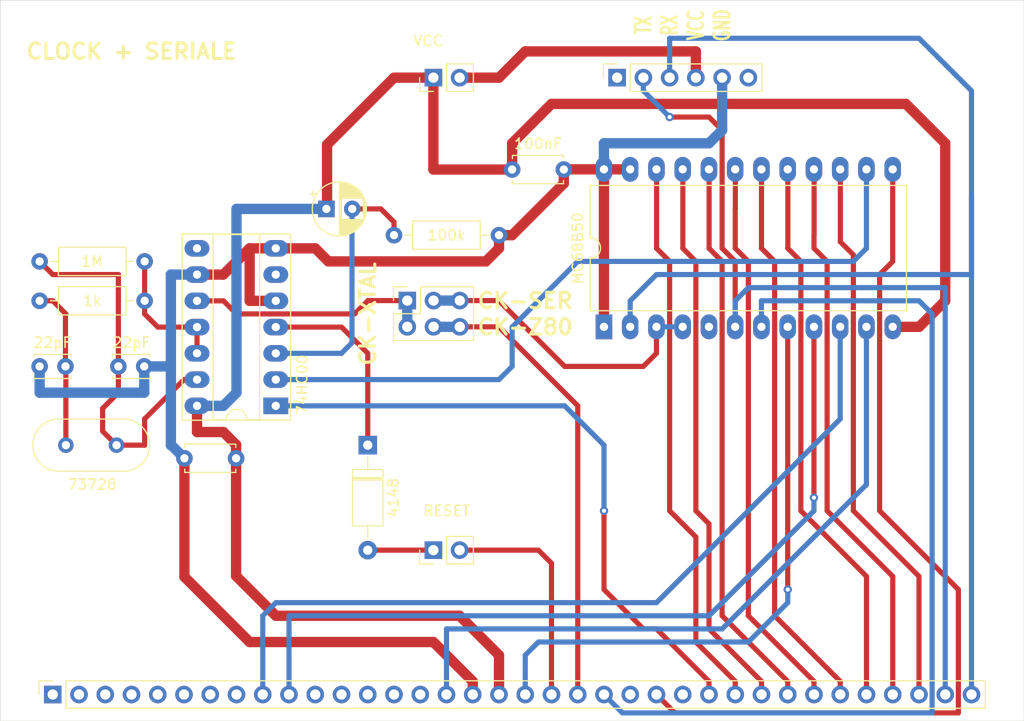
<source format=kicad_pcb>
(kicad_pcb (version 20211014) (generator pcbnew)
  (layers (0 "F.Cu" signal) (31 "B.Cu" signal) (34 "B.Paste" user) (35 "F.Paste" user) (36 "B.SilkS" user "B.Silkscreen") (37 "F.SilkS" user "F.Silkscreen") (38 "B.Mask" user) (39 "F.Mask" user) (44 "Edge.Cuts" user))
  (net 0 "")
  (footprint "Connector_PinHeader_2.54mm:PinHeader_1x02_P2.54mm_Vertical" (layer "F.Cu") (at 127 116.84 90)
    (fp_text reference "RESET" (at 3.81 1.27 180) (layer "F.SilkS"))
    (fp_text value "PinHeader_1x02_P2.54mm_Vertical" hide)
    (pad "1" thru_hole rect (at 0 0 90) (size 1.7 1.7) (drill 1) (layers *.Cu *.Mask))
    (pad "2" thru_hole oval (at 0 2.54 90) (size 1.7 1.7) (drill 1) (layers *.Cu *.Mask))
  )
  (footprint "Connector_PinHeader_2.54mm:PinHeader_1x02_P2.54mm_Vertical" (layer "F.Cu") (at 127 71.12 90)
    (fp_text reference "VCC" (at 3.556 -0.508 180) (layer "F.SilkS"))
    (fp_text value "PinHeader_1x02_P2.54mm_Vertical" hide)
    (pad "1" thru_hole rect (at 0 0 90) (size 1.7 1.7) (drill 1) (layers F&B.Cu *.Mask))
    (pad "2" thru_hole oval (at 0 2.54 90) (size 1.7 1.7) (drill 1) (layers F&B.Cu *.Mask))
  )
  (footprint "Diode_THT:D_A-405_P10.16mm_Horizontal" (layer "F.Cu") (at 120.65 106.68 -90)
    (fp_text reference "4148" (at 5.08 -2.47 90) (layer "F.SilkS"))
    (fp_text value "D_A-405_P10.16mm_Horizontal" hide)
    (pad "1" thru_hole rect (at 0 0 270) (size 1.8 1.8) (drill 0.9) (layers *.Cu *.Mask))
    (pad "2" thru_hole oval (at 10.16 0 270) (size 1.8 1.8) (drill 0.9) (layers *.Cu *.Mask))
  )
  (footprint "Resistor_THT:R_Axial_DIN0207_L6.3mm_D2.5mm_P10.16mm_Horizontal" (layer "F.Cu") (at 99.06 92.71 180)
    (fp_text reference "1k" (at 5.08 0) (layer "F.SilkS"))
    (fp_text value "R_Axial_DIN0207_L6.3mm_D2.5mm_P10.16mm_Horizontal" hide)
    (pad "1" thru_hole circle (at 0 0 180) (size 1.6 1.6) (drill 0.8) (layers F&B.Cu *.Mask))
    (pad "2" thru_hole oval (at 10.16 0 180) (size 1.6 1.6) (drill 0.8) (layers F&B.Cu *.Mask))
  )
  (footprint "Capacitor_THT:C_Disc_D3.4mm_W2.1mm_P2.50mm" (layer "F.Cu") (at 88.9 99.06)
    (fp_text reference "22pF" (at 1.25 -2.3) (layer "F.SilkS"))
    (fp_text value "C_Disc_D3.4mm_W2.1mm_P2.50mm" hide)
    (pad "1" thru_hole circle (at 0 0) (size 1.6 1.6) (drill 0.8) (layers *.Cu *.Mask))
    (pad "2" thru_hole circle (at 2.5 0) (size 1.6 1.6) (drill 0.8) (layers *.Cu *.Mask))
  )
  (footprint "Connector_PinSocket_2.54mm:PinSocket_1x36_P2.54mm_Vertical" (layer "F.Cu") (at 90.17 130.81 90)
    (fp_text reference "REF**" hide)
    (fp_text value "PinSocket_1x36_P2.54mm_Vertical" hide)
    (pad "1" thru_hole rect (at 0 0 90) (size 1.7 1.7) (drill 1) (layers *.Cu *.Mask))
    (pad "2" thru_hole oval (at 0 2.54 90) (size 1.7 1.7) (drill 1) (layers *.Cu *.Mask))
    (pad "3" thru_hole oval (at 0 5.08 90) (size 1.7 1.7) (drill 1) (layers *.Cu *.Mask))
    (pad "4" thru_hole oval (at 0 7.62 90) (size 1.7 1.7) (drill 1) (layers *.Cu *.Mask))
    (pad "5" thru_hole oval (at 0 10.16 90) (size 1.7 1.7) (drill 1) (layers *.Cu *.Mask))
    (pad "6" thru_hole oval (at 0 12.7 90) (size 1.7 1.7) (drill 1) (layers *.Cu *.Mask))
    (pad "7" thru_hole oval (at 0 15.24 90) (size 1.7 1.7) (drill 1) (layers *.Cu *.Mask))
    (pad "8" thru_hole oval (at 0 17.78 90) (size 1.7 1.7) (drill 1) (layers *.Cu *.Mask))
    (pad "9" thru_hole oval (at 0 20.32 90) (size 1.7 1.7) (drill 1) (layers *.Cu *.Mask))
    (pad "10" thru_hole oval (at 0 22.86 90) (size 1.7 1.7) (drill 1) (layers *.Cu *.Mask))
    (pad "11" thru_hole oval (at 0 25.4 90) (size 1.7 1.7) (drill 1) (layers *.Cu *.Mask))
    (pad "12" thru_hole oval (at 0 27.94 90) (size 1.7 1.7) (drill 1) (layers *.Cu *.Mask))
    (pad "13" thru_hole oval (at 0 30.48 90) (size 1.7 1.7) (drill 1) (layers *.Cu *.Mask))
    (pad "14" thru_hole oval (at 0 33.02 90) (size 1.7 1.7) (drill 1) (layers *.Cu *.Mask))
    (pad "15" thru_hole oval (at 0 35.56 90) (size 1.7 1.7) (drill 1) (layers *.Cu *.Mask))
    (pad "16" thru_hole oval (at 0 38.1 90) (size 1.7 1.7) (drill 1) (layers *.Cu *.Mask))
    (pad "17" thru_hole oval (at 0 40.64 90) (size 1.7 1.7) (drill 1) (layers *.Cu *.Mask))
    (pad "18" thru_hole oval (at 0 43.18 90) (size 1.7 1.7) (drill 1) (layers *.Cu *.Mask))
    (pad "19" thru_hole oval (at 0 45.72 90) (size 1.7 1.7) (drill 1) (layers *.Cu *.Mask))
    (pad "20" thru_hole oval (at 0 48.26 90) (size 1.7 1.7) (drill 1) (layers *.Cu *.Mask))
    (pad "21" thru_hole oval (at 0 50.8 90) (size 1.7 1.7) (drill 1) (layers *.Cu *.Mask))
    (pad "22" thru_hole oval (at 0 53.34 90) (size 1.7 1.7) (drill 1) (layers *.Cu *.Mask))
    (pad "23" thru_hole oval (at 0 55.88 90) (size 1.7 1.7) (drill 1) (layers *.Cu *.Mask))
    (pad "24" thru_hole oval (at 0 58.42 90) (size 1.7 1.7) (drill 1) (layers *.Cu *.Mask))
    (pad "25" thru_hole oval (at 0 60.96 90) (size 1.7 1.7) (drill 1) (layers *.Cu *.Mask))
    (pad "26" thru_hole oval (at 0 63.5 90) (size 1.7 1.7) (drill 1) (layers *.Cu *.Mask))
    (pad "27" thru_hole oval (at 0 66.04 90) (size 1.7 1.7) (drill 1) (layers *.Cu *.Mask))
    (pad "28" thru_hole oval (at 0 68.58 90) (size 1.7 1.7) (drill 1) (layers *.Cu *.Mask))
    (pad "29" thru_hole oval (at 0 71.12 90) (size 1.7 1.7) (drill 1) (layers *.Cu *.Mask))
    (pad "30" thru_hole oval (at 0 73.66 90) (size 1.7 1.7) (drill 1) (layers *.Cu *.Mask))
    (pad "31" thru_hole oval (at 0 76.2 90) (size 1.7 1.7) (drill 1) (layers *.Cu *.Mask))
    (pad "32" thru_hole oval (at 0 78.74 90) (size 1.7 1.7) (drill 1) (layers *.Cu *.Mask))
    (pad "33" thru_hole oval (at 0 81.28 90) (size 1.7 1.7) (drill 1) (layers *.Cu *.Mask))
    (pad "34" thru_hole oval (at 0 83.82 90) (size 1.7 1.7) (drill 1) (layers *.Cu *.Mask))
    (pad "35" thru_hole oval (at 0 86.36 90) (size 1.7 1.7) (drill 1) (layers *.Cu *.Mask))
    (pad "36" thru_hole oval (at 0 88.9 90) (size 1.7 1.7) (drill 1) (layers *.Cu *.Mask))
  )
  (footprint "Capacitor_THT:C_Disc_D4.7mm_W2.5mm_P5.00mm" (layer "F.Cu") (at 134.62 80.01)
    (fp_text reference "100nF" (at 2.5 -2.5) (layer "F.SilkS"))
    (fp_text value "C_Disc_D4.7mm_W2.5mm_P5.00mm" hide)
    (pad "1" thru_hole circle (at 0 0) (size 1.6 1.6) (drill 0.8) (layers *.Cu *.Mask))
    (pad "2" thru_hole circle (at 5 0) (size 1.6 1.6) (drill 0.8) (layers *.Cu *.Mask))
  )
  (footprint "Capacitor_THT:C_Disc_D4.7mm_W2.5mm_P5.00mm" (layer "F.Cu") (at 102.91 107.95)
    (fp_text reference "REF**" hide)
    (fp_text value "C_Disc_D4.7mm_W2.5mm_P5.00mm" hide)
    (pad "1" thru_hole circle (at 0 0) (size 1.6 1.6) (drill 0.8) (layers F&B.Cu *.Mask))
    (pad "2" thru_hole circle (at 5 0) (size 1.6 1.6) (drill 0.8) (layers F&B.Cu *.Mask))
  )
  (footprint "Resistor_THT:R_Axial_DIN0207_L6.3mm_D2.5mm_P10.16mm_Horizontal" (layer "F.Cu") (at 133.35 86.36 180)
    (fp_text reference "100k" (at 5.08 0) (layer "F.SilkS"))
    (fp_text value "R_Axial_DIN0207_L6.3mm_D2.5mm_P10.16mm_Horizontal" hide)
    (pad "1" thru_hole circle (at 0 0 180) (size 1.6 1.6) (drill 0.8) (layers F&B.Cu *.Mask))
    (pad "2" thru_hole oval (at 10.16 0 180) (size 1.6 1.6) (drill 0.8) (layers F&B.Cu *.Mask))
  )
  (footprint "Crystal:Crystal_HC18-U_Vertical" (layer "F.Cu") (at 91.44 106.68)
    (fp_text reference "73728" (at 2.54 3.81) (layer "F.SilkS"))
    (fp_text value "Crystal_HC18-U_Vertical" hide)
    (pad "1" thru_hole circle (at 0 0) (size 1.5 1.5) (drill 0.8) (layers *.Cu *.Mask))
    (pad "2" thru_hole circle (at 4.9 0) (size 1.5 1.5) (drill 0.8) (layers *.Cu *.Mask))
  )
  (footprint "Package_DIP:DIP-24_W15.24mm_LongPads" (layer "F.Cu") (at 143.505 95.23 90)
    (fp_text reference "MC68B50" (at 7.6 -2.535 90) (layer "F.SilkS"))
    (fp_text value "DIP-24_W15.24mm_LongPads" hide)
    (pad "1" thru_hole rect (at 0 0 90) (size 2.4 1.6) (drill 0.8) (layers *.Cu *.Mask))
    (pad "2" thru_hole oval (at 0 2.54 90) (size 2.4 1.6) (drill 0.8) (layers *.Cu *.Mask))
    (pad "3" thru_hole oval (at 0 5.08 90) (size 2.4 1.6) (drill 0.8) (layers *.Cu *.Mask))
    (pad "4" thru_hole oval (at 0 7.62 90) (size 2.4 1.6) (drill 0.8) (layers *.Cu *.Mask))
    (pad "5" thru_hole oval (at 0 10.16 90) (size 2.4 1.6) (drill 0.8) (layers *.Cu *.Mask))
    (pad "6" thru_hole oval (at 0 12.7 90) (size 2.4 1.6) (drill 0.8) (layers *.Cu *.Mask))
    (pad "7" thru_hole oval (at 0 15.24 90) (size 2.4 1.6) (drill 0.8) (layers *.Cu *.Mask))
    (pad "8" thru_hole oval (at 0 17.78 90) (size 2.4 1.6) (drill 0.8) (layers *.Cu *.Mask))
    (pad "9" thru_hole oval (at 0 20.32 90) (size 2.4 1.6) (drill 0.8) (layers *.Cu *.Mask))
    (pad "10" thru_hole oval (at 0 22.86 90) (size 2.4 1.6) (drill 0.8) (layers *.Cu *.Mask))
    (pad "11" thru_hole oval (at 0 25.4 90) (size 2.4 1.6) (drill 0.8) (layers *.Cu *.Mask))
    (pad "12" thru_hole oval (at 0 27.94 90) (size 2.4 1.6) (drill 0.8) (layers *.Cu *.Mask))
    (pad "13" thru_hole oval (at 15.24 27.94 90) (size 2.4 1.6) (drill 0.8) (layers *.Cu *.Mask))
    (pad "14" thru_hole oval (at 15.24 25.4 90) (size 2.4 1.6) (drill 0.8) (layers *.Cu *.Mask))
    (pad "15" thru_hole oval (at 15.24 22.86 90) (size 2.4 1.6) (drill 0.8) (layers *.Cu *.Mask))
    (pad "16" thru_hole oval (at 15.24 20.32 90) (size 2.4 1.6) (drill 0.8) (layers *.Cu *.Mask))
    (pad "17" thru_hole oval (at 15.24 17.78 90) (size 2.4 1.6) (drill 0.8) (layers *.Cu *.Mask))
    (pad "18" thru_hole oval (at 15.24 15.24 90) (size 2.4 1.6) (drill 0.8) (layers *.Cu *.Mask))
    (pad "19" thru_hole oval (at 15.24 12.7 90) (size 2.4 1.6) (drill 0.8) (layers *.Cu *.Mask))
    (pad "20" thru_hole oval (at 15.24 10.16 90) (size 2.4 1.6) (drill 0.8) (layers *.Cu *.Mask))
    (pad "21" thru_hole oval (at 15.24 7.62 90) (size 2.4 1.6) (drill 0.8) (layers *.Cu *.Mask))
    (pad "22" thru_hole oval (at 15.24 5.08 90) (size 2.4 1.6) (drill 0.8) (layers *.Cu *.Mask))
    (pad "23" thru_hole oval (at 15.24 2.54 90) (size 2.4 1.6) (drill 0.8) (layers *.Cu *.Mask))
    (pad "24" thru_hole oval (at 15.24 0 90) (size 2.4 1.6) (drill 0.8) (layers *.Cu *.Mask))
  )
  (footprint "Connector_PinSocket_2.54mm:PinSocket_1x06_P2.54mm_Vertical" (layer "F.Cu") (at 144.78 71.12 90)
    (fp_text reference "REF**" hide)
    (fp_text value "PinSocket_1x06_P2.54mm_Vertical" hide)
    (pad "1" thru_hole rect (at 0 0 90) (size 1.7 1.7) (drill 1) (layers *.Cu *.Mask))
    (pad "2" thru_hole oval (at 0 2.54 90) (size 1.7 1.7) (drill 1) (layers *.Cu *.Mask))
    (pad "3" thru_hole oval (at 0 5.08 90) (size 1.7 1.7) (drill 1) (layers *.Cu *.Mask))
    (pad "4" thru_hole oval (at 0 7.62 90) (size 1.7 1.7) (drill 1) (layers *.Cu *.Mask))
    (pad "5" thru_hole oval (at 0 10.16 90) (size 1.7 1.7) (drill 1) (layers *.Cu *.Mask))
    (pad "6" thru_hole oval (at 0 12.7 90) (size 1.7 1.7) (drill 1) (layers *.Cu *.Mask))
  )
  (footprint "Capacitor_THT:C_Disc_D3.4mm_W2.1mm_P2.50mm" (layer "F.Cu") (at 96.52 99.06)
    (fp_text reference "22pF" (at 1.25 -2.3) (layer "F.SilkS"))
    (fp_text value "C_Disc_D3.4mm_W2.1mm_P2.50mm" hide)
    (pad "1" thru_hole circle (at 0 0) (size 1.6 1.6) (drill 0.8) (layers F&B.Cu *.Mask))
    (pad "2" thru_hole circle (at 2.5 0) (size 1.6 1.6) (drill 0.8) (layers F&B.Cu *.Mask))
  )
  (footprint "Connector_PinSocket_2.54mm:PinSocket_2x03_P2.54mm_Vertical" (layer "F.Cu") (at 124.475 92.69 90)
    (fp_text reference "REF**" hide)
    (fp_text value "PinSocket_2x03_P2.54mm_Vertical" hide)
    (pad "1" thru_hole rect (at 0 0 90) (size 1.7 1.7) (drill 1) (layers *.Cu *.Mask))
    (pad "2" thru_hole oval (at -2.54 0 90) (size 1.7 1.7) (drill 1) (layers *.Cu *.Mask))
    (pad "3" thru_hole oval (at 0 2.54 90) (size 1.7 1.7) (drill 1) (layers *.Cu *.Mask))
    (pad "4" thru_hole oval (at -2.54 2.54 90) (size 1.7 1.7) (drill 1) (layers *.Cu *.Mask))
    (pad "5" thru_hole oval (at 0 5.08 90) (size 1.7 1.7) (drill 1) (layers *.Cu *.Mask))
    (pad "6" thru_hole oval (at -2.54 5.08 90) (size 1.7 1.7) (drill 1) (layers *.Cu *.Mask))
  )
  (footprint "Capacitor_THT:CP_Radial_D5.0mm_P2.50mm" (layer "F.Cu") (at 116.650888 83.82)
    (fp_text reference "REF**" hide)
    (fp_text value "CP_Radial_D5.0mm_P2.50mm" hide)
    (pad "1" thru_hole rect (at 0 0) (size 1.6 1.6) (drill 0.8) (layers *.Cu *.Mask))
    (pad "2" thru_hole circle (at 2.5 0) (size 1.6 1.6) (drill 0.8) (layers *.Cu *.Mask))
  )
  (footprint "Package_DIP:DIP-14_W7.62mm_Socket_LongPads" (layer "F.Cu") (at 111.75 102.875 180)
    (fp_text reference "74HC00" (at -2.55 2.037 90) (layer "F.SilkS"))
    (fp_text value "DIP-14_W7.62mm_Socket_LongPads" hide)
    (pad "1" thru_hole rect (at 0 0 180) (size 2.4 1.6) (drill 0.8) (layers *.Cu *.Mask))
    (pad "2" thru_hole oval (at 0 2.54 180) (size 2.4 1.6) (drill 0.8) (layers *.Cu *.Mask))
    (pad "3" thru_hole oval (at 0 5.08 180) (size 2.4 1.6) (drill 0.8) (layers *.Cu *.Mask))
    (pad "4" thru_hole oval (at 0 7.62 180) (size 2.4 1.6) (drill 0.8) (layers *.Cu *.Mask))
    (pad "5" thru_hole oval (at 0 10.16 180) (size 2.4 1.6) (drill 0.8) (layers *.Cu *.Mask))
    (pad "6" thru_hole oval (at 0 12.7 180) (size 2.4 1.6) (drill 0.8) (layers *.Cu *.Mask))
    (pad "7" thru_hole oval (at 0 15.24 180) (size 2.4 1.6) (drill 0.8) (layers *.Cu *.Mask))
    (pad "8" thru_hole oval (at 7.62 15.24 180) (size 2.4 1.6) (drill 0.8) (layers *.Cu *.Mask))
    (pad "9" thru_hole oval (at 7.62 12.7 180) (size 2.4 1.6) (drill 0.8) (layers *.Cu *.Mask))
    (pad "10" thru_hole oval (at 7.62 10.16 180) (size 2.4 1.6) (drill 0.8) (layers *.Cu *.Mask))
    (pad "11" thru_hole oval (at 7.62 7.62 180) (size 2.4 1.6) (drill 0.8) (layers *.Cu *.Mask))
    (pad "12" thru_hole oval (at 7.62 5.08 180) (size 2.4 1.6) (drill 0.8) (layers *.Cu *.Mask))
    (pad "13" thru_hole oval (at 7.62 2.54 180) (size 2.4 1.6) (drill 0.8) (layers *.Cu *.Mask))
    (pad "14" thru_hole oval (at 7.62 0 180) (size 2.4 1.6) (drill 0.8) (layers *.Cu *.Mask))
  )
  (footprint "Resistor_THT:R_Axial_DIN0207_L6.3mm_D2.5mm_P10.16mm_Horizontal" (layer "F.Cu") (at 99.06 88.9 180)
    (fp_text reference "1M" (at 5.08 0) (layer "F.SilkS"))
    (fp_text value "R_Axial_DIN0207_L6.3mm_D2.5mm_P10.16mm_Horizontal" hide)
    (pad "1" thru_hole circle (at 0 0 180) (size 1.6 1.6) (drill 0.8) (layers *.Cu *.Mask))
    (pad "2" thru_hole oval (at 10.16 0 180) (size 1.6 1.6) (drill 0.8) (layers *.Cu *.Mask))
  )
  (gr_rect (start 85.09 63.63) (end 184.15 133.35) (layer "Edge.Cuts") (width 0.05) (fill none))
  (gr_text "CK-Z80" (at 135.89 95.25) (layer "F.SilkS") (effects (font (size 1.5 1.5) (thickness 0.3))))
  (gr_text "VCC" (at 152.4 66.04 90) (layer "F.SilkS") (effects (font (size 1.5 1) (thickness 0.25))))
  (gr_text "CK-SER" (at 135.89 92.71) (layer "F.SilkS") (effects (font (size 1.5 1.5) (thickness 0.3))))
  (gr_text "GND" (at 154.94 66.04 90) (layer "F.SilkS") (effects (font (size 1.5 1) (thickness 0.25))))
  (gr_text "CLOCK + SERIALE" (at 97.79 68.58) (layer "F.SilkS") (effects (font (size 1.5 1.5) (thickness 0.3))))
  (gr_text "CK-XTAL" (at 120.65 93.98 90) (layer "F.SilkS") (effects (font (size 1.5 1.5) (thickness 0.3))))
  (gr_text "RX" (at 149.86 66.04 90) (layer "F.SilkS") (effects (font (size 1.5 1) (thickness 0.25))))
  (gr_text "TX" (at 147.32 66.04 90) (layer "F.SilkS") (effects (font (size 1.5 1) (thickness 0.25))))
  (segment (start 120.65 116.84) (end 127 116.84) (width 0.5) (layer "F.Cu") (net 0))
  (segment (start 123.19 71.12) (end 127 71.12) (width 1) (layer "F.Cu") (net 0))
  (segment (start 152.4 88.9) (end 151.14 87.64) (width 0.5) (layer "F.Cu") (net 0))
  (segment (start 104.13 100.335) (end 102.865 100.335) (width 0.5) (layer "F.Cu") (net 0))
  (segment (start 99.06 93.98) (end 99.06 92.71) (width 0.5) (layer "F.Cu") (net 0))
  (segment (start 138.43 118.11) (end 137.16 116.84) (width 0.5) (layer "F.Cu") (net 0))
  (segment (start 91.4 94.02) (end 91.4 99.06) (width 0.5) (layer "F.Cu") (net 0))
  (segment (start 156.21 88.9) (end 156.205 88.905) (width 0.5) (layer "F.Cu") (net 0))
  (segment (start 157.48 88.9) (end 156.21 87.63) (width 0.5) (layer "F.Cu") (net 0))
  (segment (start 153.67 124.46) (end 153.67 114.3) (width 0.5) (layer "F.Cu") (net 0))
  (segment (start 133.35 127) (end 129.54 123.19) (width 1) (layer "F.Cu") (net 0))
  (segment (start 104.13 90.175) (end 106.675 90.175) (width 1) (layer "F.Cu") (net 0))
  (segment (start 116.713 77.597) (end 123.19 71.12) (width 1) (layer "F.Cu") (net 0))
  (segment (start 167.64 88.265) (end 166.38 87.005) (width 0.5) (layer "F.Cu") (net 0))
  (segment (start 168.91 119.38) (end 162.56 113.03) (width 0.5) (layer "F.Cu") (net 0))
  (segment (start 107.95 93.98) (end 119.38 93.98) (width 0.5) (layer "F.Cu") (net 0))
  (segment (start 106.685 92.715) (end 107.95 93.98) (width 0.5) (layer "F.Cu") (net 0))
  (segment (start 156.21 129.54) (end 152.4 125.73) (width 0.5) (layer "F.Cu") (net 0))
  (segment (start 153.67 129.54) (end 148.59 124.46) (width 0.5) (layer "F.Cu") (net 0))
  (segment (start 133.35 71.12) (end 135.89 68.58) (width 1) (layer "F.Cu") (net 0))
  (segment (start 173.99 119.38) (end 167.64 113.03) (width 0.5) (layer "F.Cu") (net 0))
  (segment (start 135.89 68.58) (end 152.4 68.58) (width 1) (layer "F.Cu") (net 0))
  (segment (start 138.43 130.81) (end 138.43 118.11) (width 0.5) (layer "F.Cu") (net 0))
  (segment (start 165.1 113.03) (end 165.1 88.9) (width 0.5) (layer "F.Cu") (net 0))
  (segment (start 148.59 124.46) (end 147.32 124.46) (width 0.5) (layer "F.Cu") (net 0))
  (segment (start 140.97 130.81) (end 140.97 102.87) (width 0.5) (layer "F.Cu") (net 0))
  (segment (start 109.225 92.715) (end 109.22 92.71) (width 1) (layer "F.Cu") (net 0))
  (segment (start 165.1 88.9) (end 163.83 87.63) (width 0.5) (layer "F.Cu") (net 0))
  (segment (start 94.996 103.124) (end 96.52 101.6) (width 0.5) (layer "F.Cu") (net 0))
  (segment (start 143.505 95.23) (end 143.505 79.99) (width 1) (layer "F.Cu") (net 0))
  (segment (start 104.14 105.41) (end 106.68 105.41) (width 1) (layer "F.Cu") (net 0))
  (segment (start 109.225 87.635) (end 111.75 87.635) (width 1) (layer "F.Cu") (net 0))
  (segment (start 134.62 77.47) (end 138.43 73.66) (width 1) (layer "F.Cu") (net 0))
  (segment (start 149.86 88.9) (end 148.59 87.63) (width 0.5) (layer "F.Cu") (net 0))
  (segment (start 134.62 80.01) (end 134.62 77.47) (width 1) (layer "F.Cu") (net 0))
  (segment (start 161.29 130.81) (end 161.29 129.54) (width 0.5) (layer "F.Cu") (net 0))
  (segment (start 151.14 87.64) (end 151.14 80) (width 0.5) (layer "F.Cu") (net 0))
  (segment (start 90.17 92.71) (end 91.44 93.98) (width 0.5) (layer "F.Cu") (net 0))
  (segment (start 148.585 97.795) (end 147.32 99.06) (width 0.5) (layer "F.Cu") (net 0))
  (segment (start 143.51 120.65) (end 143.51 113.03) (width 0.5) (layer "F.Cu") (net 0))
  (segment (start 120.67 92.69) (end 124.475 92.69) (width 0.5) (layer "F.Cu") (net 0))
  (segment (start 174.01 95.23) (end 171.445 95.23) (width 1) (layer "F.Cu") (net 0))
  (segment (start 148.6 87.62) (end 148.6 80) (width 0.5) (layer "F.Cu") (net 0))
  (segment (start 139.62 81.36) (end 139.62 80.01) (width 1) (layer "F.Cu") (net 0))
  (segment (start 147.32 99.06) (end 139.7 99.06) (width 0.5) (layer "F.Cu") (net 0))
  (segment (start 156.21 87.63) (end 156.21 83.82) (width 0.5) (layer "F.Cu") (net 0))
  (segment (start 153.67 87.63) (end 153.68 87.62) (width 0.5) (layer "F.Cu") (net 0))
  (segment (start 161.29 87.63) (end 161.3 87.62) (width 0.5) (layer "F.Cu") (net 0))
  (segment (start 91.44 93.98) (end 91.4 94.02) (width 0.5) (layer "F.Cu") (net 0))
  (segment (start 170.18 90.17) (end 170.18 113.03) (width 0.5) (layer "F.Cu") (net 0))
  (segment (start 109.22 92.71) (end 109.22 87.64) (width 1) (layer "F.Cu") (net 0))
  (segment (start 100.335 95.255) (end 99.06 93.98) (width 0.5) (layer "F.Cu") (net 0))
  (segment (start 156.21 130.81) (end 156.21 129.54) (width 0.5) (layer "F.Cu") (net 0))
  (segment (start 147.32 124.46) (end 143.51 120.65) (width 0.5) (layer "F.Cu") (net 0))
  (segment (start 156.205 88.905) (end 156.205 95.23) (width 0.5) (layer "F.Cu") (net 0))
  (segment (start 158.75 87.63) (end 158.75 79.99) (width 0.5) (layer "F.Cu") (net 0))
  (segment (start 119.38 83.82) (end 121.92 83.82) (width 0.5) (layer "F.Cu") (net 0))
  (segment (start 166.38 80) (end 166.37 79.99) (width 0.5) (layer "F.Cu") (net 0))
  (segment (start 132.08 88.9) (end 133.35 87.63) (width 1) (layer "F.Cu") (net 0))
  (segment (start 129.54 71.12) (end 133.35 71.12) (width 1) (layer "F.Cu") (net 0))
  (segment (start 163.825 111.765) (end 163.825 95.23) (width 0.5) (layer "F.Cu") (net 0))
  (segment (start 163.83 86.36) (end 163.84 86.35) (width 0.5) (layer "F.Cu") (net 0))
  (segment (start 96.34 106.68) (end 94.996 105.336) (width 0.5) (layer "F.Cu") (net 0))
  (segment (start 158.75 130.81) (end 158.75 129.54) (width 0.5) (layer "F.Cu") (net 0))
  (segment (start 161.3 80) (end 161.29 79.99) (width 0.5) (layer "F.Cu") (net 0))
  (segment (start 168.91 130.81) (end 168.91 119.38) (width 0.5) (layer "F.Cu") (net 0))
  (segment (start 96.52 99.06) (end 96.52 90.17) (width 0.5) (layer "F.Cu") (net 0))
  (segment (start 116.84 88.9) (end 132.08 88.9) (width 1) (layer "F.Cu") (net 0))
  (segment (start 153.68 87.62) (end 153.68 80) (width 0.5) (layer "F.Cu") (net 0))
  (segment (start 94.996 105.336) (end 94.996 103.124) (width 0.5) (layer "F.Cu") (net 0))
  (segment (start 150.368 132.588) (end 148.59 130.81) (width 0.5) (layer "F.Cu") (net 0))
  (segment (start 152.4 113.03) (end 152.4 88.9) (width 0.5) (layer "F.Cu") (net 0))
  (segment (start 163.83 130.81) (end 163.83 129.54) (width 0.5) (layer "F.Cu") (net 0))
  (segment (start 170.18 113.03) (end 177.8 120.65) (width 0.5) (layer "F.Cu") (net 0))
  (segment (start 171.445 88.905) (end 170.18 90.17) (width 0.5) (layer "F.Cu") (net 0))
  (segment (start 99.06 104.14) (end 99.06 106.68) (width 0.5) (layer "F.Cu") (net 0))
  (segment (start 152.4 125.73) (end 152.4 115.57) (width 0.5) (layer "F.Cu") (net 0))
  (segment (start 119.38 93.98) (end 120.67 92.69) (width 0.5) (layer "F.Cu") (net 0))
  (segment (start 177.8 132.588) (end 150.368 132.588) (width 0.5) (layer "F.Cu") (net 0))
  (segment (start 127 125.73) (end 130.81 129.54) (width 1) (layer "F.Cu") (net 0))
  (segment (start 104.13 95.255) (end 100.335 95.255) (width 0.5) (layer "F.Cu") (net 0))
  (segment (start 96.52 90.17) (end 90.17 90.17) (width 0.5) (layer "F.Cu") (net 0))
  (segment (start 116.84 83.82) (end 116.713 83.693) (width 1) (layer "F.Cu") (net 0))
  (segment (start 176.53 77.47) (end 176.53 92.71) (width 1) (layer "F.Cu") (net 0))
  (segment (start 161.3 87.62) (end 161.3 80) (width 0.5) (layer "F.Cu") (net 0))
  (segment (start 167.64 113.03) (end 167.64 88.265) (width 0.5) (layer "F.Cu") (net 0))
  (segment (start 91.44 99.1) (end 91.4 99.06) (width 0.5) (layer "F.Cu") (net 0))
  (segment (start 111.75 92.715) (end 109.225 92.715) (width 1) (layer "F.Cu") (net 0))
  (segment (start 127 80.01) (end 127 71.12) (width 1) (layer "F.Cu") (net 0))
  (segment (start 91.44 106.68) (end 91.44 99.1) (width 0.5) (layer "F.Cu") (net 0))
  (segment (start 123.19 85.09) (end 123.19 86.36) (width 0.5) (layer "F.Cu") (net 0))
  (segment (start 134.62 80.01) (end 127 80.01) (width 1) (layer "F.Cu") (net 0))
  (segment (start 104.13 105.4) (end 104.14 105.41) (width 1) (layer "F.Cu") (net 0))
  (segment (start 111.75 87.635) (end 115.575 87.635) (width 1) (layer "F.Cu") (net 0))
  (segment (start 120.65 97.79) (end 120.65 106.68) (width 0.5) (layer "F.Cu") (net 0))
  (segment (start 149.86 113.03) (end 149.86 88.9) (width 0.5) (layer "F.Cu") (net 0))
  (segment (start 116.713 83.693) (end 116.713 77.597) (width 1) (layer "F.Cu") (net 0))
  (segment (start 172.72 73.66) (end 176.53 77.47) (width 1) (layer "F.Cu") (net 0))
  (segment (start 96.52 101.6) (end 96.52 99.06) (width 0.5) (layer "F.Cu") (net 0))
  (segment (start 153.67 130.81) (end 153.67 129.54) (width 0.5) (layer "F.Cu") (net 0))
  (segment (start 133.33 95.23) (end 129.555 95.23) (width 0.5) (layer "F.Cu") (net 0))
  (segment (start 156.22 80) (end 156.21 79.99) (width 0.5) (layer "F.Cu") (net 0))
  (segment (start 106.68 105.41) (end 107.91 106.64) (width 1) (layer "F.Cu") (net 0))
  (segment (start 133.35 87.63) (end 133.35 86.36) (width 1) (layer "F.Cu") (net 0))
  (segment (start 138.43 73.66) (end 172.72 73.66) (width 1) (layer "F.Cu") (net 0))
  (segment (start 160.02 88.9) (end 158.75 87.63) (width 0.5) (layer "F.Cu") (net 0))
  (segment (start 90.17 90.17) (end 88.9 88.9) (width 0.5) (layer "F.Cu") (net 0))
  (segment (start 107.91 119.34) (end 107.91 107.95) (width 1) (layer "F.Cu") (net 0))
  (segment (start 156.22 83.81) (end 156.22 80) (width 0.5) (layer "F.Cu") (net 0))
  (segment (start 176.53 92.71) (end 174.01 95.23) (width 1) (layer "F.Cu") (net 0))
  (segment (start 166.38 87.005) (end 166.38 80) (width 0.5) (layer "F.Cu") (net 0))
  (segment (start 160.02 123.19) (end 160.02 88.9) (width 0.5) (layer "F.Cu") (net 0))
  (segment (start 118.115 95.255) (end 120.65 97.79) (width 0.5) (layer "F.Cu") (net 0))
  (segment (start 163.83 129.54) (end 157.48 123.19) (width 0.5) (layer "F.Cu") (net 0))
  (segment (start 106.675 90.175) (end 109.215 87.635) (width 1) (layer "F.Cu") (net 0))
  (segment (start 139.62 80.01) (end 139.64 79.99) (width 1) (layer "F.Cu") (net 0))
  (segment (start 133.35 86.36) (end 134.62 86.36) (width 1) (layer "F.Cu") (net 0))
  (segment (start 154.94 76.2) (end 154.94 87.63) (width 0.5) (layer "F.Cu") (net 0))
  (segment (start 149.86 74.93) (end 153.67 74.93) (width 0.5) (layer "F.Cu") (net 0))
  (segment (start 166.37 129.54) (end 160.02 123.19) (width 0.5) (layer "F.Cu") (net 0))
  (segment (start 171.45 130.81) (end 171.45 119.38) (width 0.5) (layer "F.Cu") (net 0))
  (segment (start 166.37 130.81) (end 166.37 129.54) (width 0.5) (layer "F.Cu") (net 0))
  (segment (start 107.91 106.64) (end 107.91 107.95) (width 1) (layer "F.Cu") (net 0))
  (segment (start 102.91 107.95) (end 102.91 119.42) (width 1) (layer "F.Cu") (net 0))
  (segment (start 115.575 87.635) (end 116.84 88.9) (width 1) (layer "F.Cu") (net 0))
  (segment (start 148.59 87.63) (end 148.6 87.62) (width 0.5) (layer "F.Cu") (net 0))
  (segment (start 111.76 123.19) (end 107.91 119.34) (width 1) (layer "F.Cu") (net 0))
  (segment (start 133.33 92.69) (end 129.555 92.69) (width 0.5) (layer "F.Cu") (net 0))
  (segment (start 104.13 102.875) (end 104.13 105.4) (width 1) (layer "F.Cu") (net 0))
  (segment (start 163.83 87.63) (end 163.83 86.36) (width 0.5) (layer "F.Cu") (net 0))
  (segment (start 163.84 80) (end 163.83 79.99) (width 0.5) (layer "F.Cu") (net 0))
  (segment (start 102.865 100.335) (end 99.06 104.14) (width 0.5) (layer "F.Cu") (net 0))
  (segment (start 177.8 120.65) (end 177.8 132.588) (width 0.5) (layer "F.Cu") (net 0))
  (segment (start 134.62 86.36) (end 139.62 81.36) (width 1) (layer "F.Cu") (net 0))
  (segment (start 133.35 130.81) (end 133.35 127) (width 1) (layer "F.Cu") (net 0))
  (segment (start 137.16 116.84) (end 129.54 116.84) (width 0.5) (layer "F.Cu") (net 0))
  (segment (start 157.48 123.19) (end 157.48 88.9) (width 0.5) (layer "F.Cu") (net 0))
  (segment (start 161.29 120.65) (end 161.285 120.645) (width 0.5) (layer "F.Cu") (net 0))
  (segment (start 129.54 123.19) (end 111.76 123.19) (width 1) (layer "F.Cu") (net 0))
  (segment (start 161.285 120.645) (end 161.285 95.23) (width 0.5) (layer "F.Cu") (net 0))
  (segment (start 156.21 83.82) (end 156.22 83.81) (width 0.5) (layer "F.Cu") (net 0))
  (segment (start 102.91 119.42) (end 109.22 125.73) (width 1) (layer "F.Cu") (net 0))
  (segment (start 104.13 97.795) (end 104.13 95.255) (width 0.5) (layer "F.Cu") (net 0))
  (segment (start 99.06 106.68) (end 96.34 106.68) (width 0.5) (layer "F.Cu") (net 0))
  (segment (start 162.56 88.9) (end 161.29 87.63) (width 0.5) (layer "F.Cu") (net 0))
  (segment (start 139.64 79.99) (end 143.505 79.99) (width 1) (layer "F.Cu") (net 0))
  (segment (start 148.585 95.23) (end 148.585 97.795) (width 0.5) (layer "F.Cu") (net 0))
  (segment (start 109.22 87.64) (end 109.225 87.635) (width 1) (layer "F.Cu") (net 0))
  (segment (start 143.505 79.99) (end 146.045 79.99) (width 1) (layer "F.Cu") (net 0))
  (segment (start 163.84 86.35) (end 163.84 80) (width 0.5) (layer "F.Cu") (net 0))
  (segment (start 109.215 87.635) (end 109.225 87.635) (width 1) (layer "F.Cu") (net 0))
  (segment (start 121.92 83.82) (end 123.19 85.09) (width 0.5) (layer "F.Cu") (net 0))
  (segment (start 140.97 102.87) (end 133.33 95.23) (width 0.5) (layer "F.Cu") (net 0))
  (segment (start 161.29 129.54) (end 154.94 123.19) (width 0.5) (layer "F.Cu") (net 0))
  (segment (start 153.68 80) (end 153.67 79.99) (width 0.5) (layer "F.Cu") (net 0))
  (segment (start 154.94 88.9) (end 153.67 87.63) (width 0.5) (layer "F.Cu") (net 0))
  (segment (start 152.4 68.58) (end 152.4 71.12) (width 1) (layer "F.Cu") (net 0))
  (segment (start 171.45 119.38) (end 165.1 113.03) (width 0.5) (layer "F.Cu") (net 0))
  (segment (start 130.81 129.54) (end 130.81 130.81) (width 1) (layer "F.Cu") (net 0))
  (segment (start 154.94 123.19) (end 154.94 88.9) (width 0.5) (layer "F.Cu") (net 0))
  (segment (start 153.67 74.93) (end 154.94 76.2) (width 0.5) (layer "F.Cu") (net 0))
  (segment (start 162.56 113.03) (end 162.56 88.9) (width 0.5) (layer "F.Cu") (net 0))
  (segment (start 153.67 114.3) (end 152.4 113.03) (width 0.5) (layer "F.Cu") (net 0))
  (segment (start 111.75 95.255) (end 118.115 95.255) (width 0.5) (layer "F.Cu") (net 0))
  (segment (start 139.7 99.06) (end 133.33 92.69) (width 0.5) (layer "F.Cu") (net 0))
  (segment (start 154.94 87.63) (end 156.21 88.9) (width 0.5) (layer "F.Cu") (net 0))
  (segment (start 152.4 115.57) (end 149.86 113.03) (width 0.5) (layer "F.Cu") (net 0))
  (segment (start 148.6 80) (end 148.59 79.99) (width 0.5) (layer "F.Cu") (net 0))
  (segment (start 171.445 79.99) (end 171.445 88.905) (width 0.5) (layer "F.Cu") (net 0))
  (segment (start 151.14 80) (end 151.13 79.99) (width 0.5) (layer "F.Cu") (net 0))
  (segment (start 88.9 92.71) (end 90.17 92.71) (width 0.5) (layer "F.Cu") (net 0))
  (segment (start 173.99 130.81) (end 173.99 119.38) (width 0.5) (layer "F.Cu") (net 0))
  (segment (start 109.22 125.73) (end 127 125.73) (width 1) (layer "F.Cu") (net 0))
  (segment (start 158.75 129.54) (end 153.67 124.46) (width 0.5) (layer "F.Cu") (net 0))
  (segment (start 104.13 92.715) (end 106.685 92.715) (width 0.5) (layer "F.Cu") (net 0))
  (segment (start 99.06 92.71) (end 99.06 88.9) (width 0.5) (layer "F.Cu") (net 0))
  (via (at 161.29 120.65) (size 0.8) (drill 0.4) (layers "F.Cu" "B.Cu") (net 0))
  (via (at 163.825 111.765) (size 0.8) (drill 0.4) (layers "F.Cu" "B.Cu") (net 0))
  (via (at 143.51 113.03) (size 0.8) (drill 0.4) (layers "F.Cu" "B.Cu") (net 0))
  (via (at 149.86 74.93) (size 0.8) (drill 0.4) (layers "F.Cu" "B.Cu") (net 0))
  (segment (start 143.51 106.68) (end 139.705 102.875) (width 0.5) (layer "B.Cu") (net 0))
  (segment (start 158.745 92.715) (end 158.745 95.23) (width 0.5) (layer "B.Cu") (net 0))
  (segment (start 143.505 77.475) (end 143.505 79.99) (width 1) (layer "B.Cu") (net 0))
  (segment (start 140.97 88.9) (end 134.62 95.25) (width 0.5) (layer "B.Cu") (net 0))
  (segment (start 145.288 132.588) (end 175.26 132.588) (width 0.5) (layer "B.Cu") (net 0))
  (segment (start 101.6 99.06) (end 101.6 90.17) (width 1) (layer "B.Cu") (net 0))
  (segment (start 107.95 101.6) (end 107.95 83.82) (width 1) (layer "B.Cu") (net 0))
  (segment (start 134.62 95.25) (end 134.62 99.06) (width 0.5) (layer "B.Cu") (net 0))
  (segment (start 113.03 123.19) (end 113.03 130.81) (width 0.5) (layer "B.Cu") (net 0))
  (segment (start 111.76 121.92) (end 148.59 121.92) (width 0.5) (layer "B.Cu") (net 0))
  (segment (start 110.49 130.81) (end 110.49 123.19) (width 0.5) (layer "B.Cu") (net 0))
  (segment (start 179.07 90.17) (end 179.07 72.39) (width 0.5) (layer "B.Cu") (net 0))
  (segment (start 158.75 92.71) (end 158.745 92.715) (width 0.5) (layer "B.Cu") (net 0))
  (segment (start 88.9 101.6) (end 99.02 101.6) (width 1) (layer "B.Cu") (net 0))
  (segment (start 101.6 90.17) (end 101.605 90.175) (width 1) (layer "B.Cu") (net 0))
  (segment (start 175.26 93.98) (end 173.99 92.71) (width 0.5) (layer "B.Cu") (net 0))
  (segment (start 124.475 95.23) (end 124.475 92.69) (width 1) (layer "B.Cu") (net 0))
  (segment (start 128.27 124.46) (end 154.94 124.46) (width 0.5) (layer "B.Cu") (net 0))
  (segment (start 166.365 104.145) (end 166.365 95.23) (width 0.5) (layer "B.Cu") (net 0))
  (segment (start 153.67 77.47) (end 143.51 77.47) (width 1) (layer "B.Cu") (net 0))
  (segment (start 175.26 132.588) (end 175.26 93.98) (width 0.5) (layer "B.Cu") (net 0))
  (segment (start 156.205 95.23) (end 156.205 92.715) (width 0.5) (layer "B.Cu") (net 0))
  (segment (start 106.675 102.875) (end 107.95 101.6) (width 1) (layer "B.Cu") (net 0))
  (segment (start 99.02 101.6) (end 99.02 99.06) (width 1) (layer "B.Cu") (net 0))
  (segment (start 156.205 92.715) (end 157.48 91.44) (width 0.5) (layer "B.Cu") (net 0))
  (segment (start 176.53 91.44) (end 176.53 130.81) (width 0.5) (layer "B.Cu") (net 0))
  (segment (start 119.126 96.774) (end 119.126 84.074) (width 0.5) (layer "B.Cu") (net 0))
  (segment (start 161.29 121.92) (end 161.29 120.65) (width 0.5) (layer "B.Cu") (net 0))
  (segment (start 133.345 100.335) (end 111.75 100.335) (width 0.5) (layer "B.Cu") (net 0))
  (segment (start 168.91 87.63) (end 167.64 88.9) (width 0.5) (layer "B.Cu") (net 0))
  (segment (start 101.64 106.68) (end 101.6 106.68) (width 1) (layer "B.Cu") (net 0))
  (segment (start 154.94 71.12) (end 154.94 76.2) (width 1) (layer "B.Cu") (net 0))
  (segment (start 135.89 130.81) (end 135.89 127) (width 0.5) (layer "B.Cu") (net 0))
  (segment (start 154.94 76.2) (end 153.67 77.47) (width 1) (layer "B.Cu") (net 0))
  (segment (start 153.67 123.19) (end 113.03 123.19) (width 0.5) (layer "B.Cu") (net 0))
  (segment (start 101.6 106.68) (end 101.6 99.06) (width 1) (layer "B.Cu") (net 0))
  (segment (start 110.49 123.19) (end 111.76 121.92) (width 0.5) (layer "B.Cu") (net 0))
  (segment (start 107.95 83.82) (end 116.88 83.82) (width 1) (layer "B.Cu") (net 0))
  (segment (start 157.48 125.73) (end 161.29 121.92) (width 0.5) (layer "B.Cu") (net 0))
  (segment (start 148.585 95.23) (end 151.125 95.23) (width 0.5) (layer "B.Cu") (net 0))
  (segment (start 163.825 113.035) (end 153.67 123.19) (width 0.5) (layer "B.Cu") (net 0))
  (segment (start 154.94 124.46) (end 168.905 110.495) (width 0.5) (layer "B.Cu") (net 0))
  (segment (start 179.07 72.39) (end 173.99 67.31) (width 0.5) (layer "B.Cu") (net 0))
  (segment (start 146.045 92.715) (end 148.59 90.17) (width 0.5) (layer "B.Cu") (net 0))
  (segment (start 168.905 110.495) (end 168.905 95.23) (width 0.5) (layer "B.Cu") (net 0))
  (segment (start 128.27 130.81) (end 128.27 124.46) (width 0.5) (layer "B.Cu") (net 0))
  (segment (start 143.51 77.47) (end 143.505 77.475) (width 1) (layer "B.Cu") (net 0))
  (segment (start 149.86 67.31) (end 149.86 71.12) (width 0.5) (layer "B.Cu") (net 0))
  (segment (start 143.51 130.81) (end 145.288 132.588) (width 0.5) (layer "B.Cu") (net 0))
  (segment (start 147.32 72.39) (end 147.32 71.12) (width 0.5) (layer "B.Cu") (net 0))
  (segment (start 143.51 113.03) (end 143.51 106.68) (width 0.5) (layer "B.Cu") (net 0))
  (segment (start 135.89 127) (end 137.16 125.73) (width 0.5) (layer "B.Cu") (net 0))
  (segment (start 101.605 90.175) (end 104.13 90.175) (width 1) (layer "B.Cu") (net 0))
  (segment (start 167.64 88.9) (end 140.97 88.9) (width 0.5) (layer "B.Cu") (net 0))
  (segment (start 168.905 87.625) (end 168.91 87.63) (width 0.5) (layer "B.Cu") (net 0))
  (segment (start 111.75 97.795) (end 118.105 97.795) (width 0.5) (layer "B.Cu") (net 0))
  (segment (start 146.045 95.23) (end 146.045 92.715) (width 0.5) (layer "B.Cu") (net 0))
  (segment (start 127.015 92.69) (end 129.555 92.69) (width 1) (layer "B.Cu") (net 0))
  (segment (start 102.91 107.95) (end 101.64 106.68) (width 1) (layer "B.Cu") (net 0))
  (segment (start 88.9 99.06) (end 88.9 101.6) (width 1) (layer "B.Cu") (net 0))
  (segment (start 127.015 95.23) (end 129.555 95.23) (width 1) (layer "B.Cu") (net 0))
  (segment (start 137.16 125.73) (end 157.48 125.73) (width 0.5) (layer "B.Cu") (net 0))
  (segment (start 173.99 92.71) (end 158.75 92.71) (width 0.5) (layer "B.Cu") (net 0))
  (segment (start 139.705 102.875) (end 111.75 102.875) (width 0.5) (layer "B.Cu") (net 0))
  (segment (start 118.105 97.795) (end 119.126 96.774) (width 0.5) (layer "B.Cu") (net 0))
  (segment (start 149.86 74.93) (end 147.32 72.39) (width 0.5) (layer "B.Cu") (net 0))
  (segment (start 148.59 121.92) (end 166.365 104.145) (width 0.5) (layer "B.Cu") (net 0))
  (segment (start 134.62 99.06) (end 133.345 100.335) (width 0.5) (layer "B.Cu") (net 0))
  (segment (start 163.825 111.765) (end 163.825 113.035) (width 0.5) (layer "B.Cu") (net 0))
  (segment (start 104.13 102.875) (end 106.675 102.875) (width 1) (layer "B.Cu") (net 0))
  (segment (start 148.59 90.17) (end 179.07 90.17) (width 0.5) (layer "B.Cu") (net 0))
  (segment (start 101.6 99.06) (end 99.02 99.06) (width 1) (layer "B.Cu") (net 0))
  (segment (start 168.905 79.99) (end 168.905 87.625) (width 0.5) (layer "B.Cu") (net 0))
  (segment (start 173.99 67.31) (end 149.86 67.31) (width 0.5) (layer "B.Cu") (net 0))
  (segment (start 179.07 130.81) (end 179.07 82.55) (width 0.5) (layer "B.Cu") (net 0))
  (segment (start 157.48 91.44) (end 176.53 91.44) (width 0.5) (layer "B.Cu") (net 0))
)
</source>
